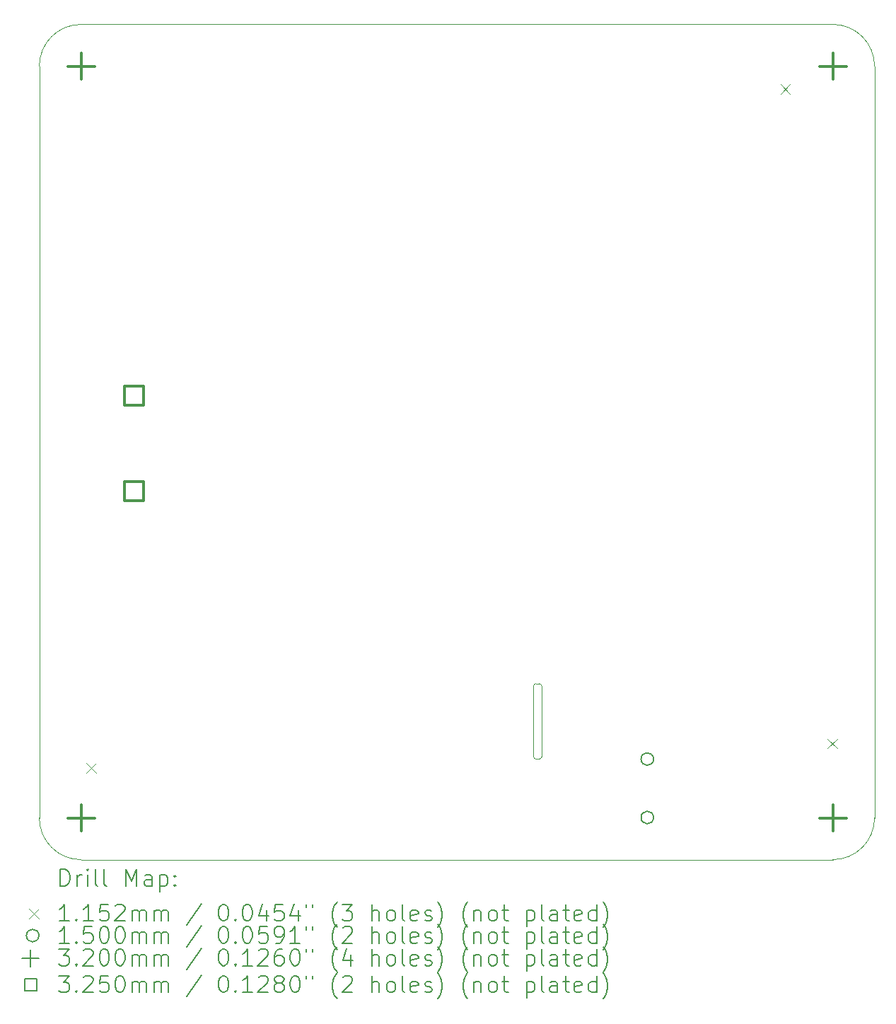
<source format=gbr>
%TF.GenerationSoftware,KiCad,Pcbnew,(6.0.8)*%
%TF.CreationDate,2024-01-04T13:58:09-05:00*%
%TF.ProjectId,lb_mp1,6c625f6d-7031-42e6-9b69-6361645f7063,rev?*%
%TF.SameCoordinates,Original*%
%TF.FileFunction,Drillmap*%
%TF.FilePolarity,Positive*%
%FSLAX45Y45*%
G04 Gerber Fmt 4.5, Leading zero omitted, Abs format (unit mm)*
G04 Created by KiCad (PCBNEW (6.0.8)) date 2024-01-04 13:58:09*
%MOMM*%
%LPD*%
G01*
G04 APERTURE LIST*
%ADD10C,0.100000*%
%ADD11C,0.200000*%
%ADD12C,0.115200*%
%ADD13C,0.150000*%
%ADD14C,0.320000*%
%ADD15C,0.325000*%
G04 APERTURE END LIST*
D10*
X9944000Y-14166000D02*
G75*
G03*
X10444000Y-14666000I500000J0D01*
G01*
X15890000Y-12560000D02*
G75*
G03*
X15860000Y-12590000I0J-30000D01*
G01*
X15890000Y-12560000D02*
X15930000Y-12560000D01*
X15860000Y-12590000D02*
X15860000Y-13430000D01*
X19444000Y-4666000D02*
X10444000Y-4666000D01*
X19944000Y-5166000D02*
G75*
G03*
X19444000Y-4666000I-500000J0D01*
G01*
X19444000Y-14666000D02*
G75*
G03*
X19944000Y-14166000I0J500000D01*
G01*
X15930000Y-13460000D02*
G75*
G03*
X15960000Y-13430000I0J30000D01*
G01*
X19944000Y-14166000D02*
X19944000Y-5166000D01*
X15960000Y-12590000D02*
G75*
G03*
X15930000Y-12560000I-30000J0D01*
G01*
X10444000Y-14666000D02*
X19444000Y-14666000D01*
X15860000Y-13430000D02*
G75*
G03*
X15890000Y-13460000I30000J0D01*
G01*
X15890000Y-13460000D02*
X15930000Y-13460000D01*
X10444000Y-4666000D02*
G75*
G03*
X9944000Y-5166000I0J-500000D01*
G01*
X9944000Y-5166000D02*
X9944000Y-14166000D01*
X15960000Y-13430000D02*
X15960000Y-12590000D01*
D11*
D12*
X10507400Y-13510100D02*
X10622600Y-13625300D01*
X10622600Y-13510100D02*
X10507400Y-13625300D01*
X18819400Y-5382100D02*
X18934600Y-5497300D01*
X18934600Y-5382100D02*
X18819400Y-5497300D01*
X19382400Y-13220100D02*
X19497600Y-13335300D01*
X19497600Y-13220100D02*
X19382400Y-13335300D01*
D13*
X17298000Y-13461500D02*
G75*
G03*
X17298000Y-13461500I-75000J0D01*
G01*
X17298000Y-14161500D02*
G75*
G03*
X17298000Y-14161500I-75000J0D01*
G01*
D14*
X10444000Y-5006000D02*
X10444000Y-5326000D01*
X10284000Y-5166000D02*
X10604000Y-5166000D01*
X10444000Y-14006000D02*
X10444000Y-14326000D01*
X10284000Y-14166000D02*
X10604000Y-14166000D01*
X19444000Y-5006000D02*
X19444000Y-5326000D01*
X19284000Y-5166000D02*
X19604000Y-5166000D01*
X19444000Y-14006000D02*
X19444000Y-14326000D01*
X19284000Y-14166000D02*
X19604000Y-14166000D01*
D15*
X11196156Y-9223406D02*
X11196156Y-8993594D01*
X10966344Y-8993594D01*
X10966344Y-9223406D01*
X11196156Y-9223406D01*
X11196156Y-10366406D02*
X11196156Y-10136594D01*
X10966344Y-10136594D01*
X10966344Y-10366406D01*
X11196156Y-10366406D01*
D11*
X10196619Y-14981476D02*
X10196619Y-14781476D01*
X10244238Y-14781476D01*
X10272810Y-14791000D01*
X10291857Y-14810048D01*
X10301381Y-14829095D01*
X10310905Y-14867190D01*
X10310905Y-14895762D01*
X10301381Y-14933857D01*
X10291857Y-14952905D01*
X10272810Y-14971952D01*
X10244238Y-14981476D01*
X10196619Y-14981476D01*
X10396619Y-14981476D02*
X10396619Y-14848143D01*
X10396619Y-14886238D02*
X10406143Y-14867190D01*
X10415667Y-14857667D01*
X10434714Y-14848143D01*
X10453762Y-14848143D01*
X10520429Y-14981476D02*
X10520429Y-14848143D01*
X10520429Y-14781476D02*
X10510905Y-14791000D01*
X10520429Y-14800524D01*
X10529952Y-14791000D01*
X10520429Y-14781476D01*
X10520429Y-14800524D01*
X10644238Y-14981476D02*
X10625190Y-14971952D01*
X10615667Y-14952905D01*
X10615667Y-14781476D01*
X10749000Y-14981476D02*
X10729952Y-14971952D01*
X10720429Y-14952905D01*
X10720429Y-14781476D01*
X10977571Y-14981476D02*
X10977571Y-14781476D01*
X11044238Y-14924333D01*
X11110905Y-14781476D01*
X11110905Y-14981476D01*
X11291857Y-14981476D02*
X11291857Y-14876714D01*
X11282333Y-14857667D01*
X11263286Y-14848143D01*
X11225190Y-14848143D01*
X11206143Y-14857667D01*
X11291857Y-14971952D02*
X11272809Y-14981476D01*
X11225190Y-14981476D01*
X11206143Y-14971952D01*
X11196619Y-14952905D01*
X11196619Y-14933857D01*
X11206143Y-14914809D01*
X11225190Y-14905286D01*
X11272809Y-14905286D01*
X11291857Y-14895762D01*
X11387095Y-14848143D02*
X11387095Y-15048143D01*
X11387095Y-14857667D02*
X11406143Y-14848143D01*
X11444238Y-14848143D01*
X11463286Y-14857667D01*
X11472809Y-14867190D01*
X11482333Y-14886238D01*
X11482333Y-14943381D01*
X11472809Y-14962428D01*
X11463286Y-14971952D01*
X11444238Y-14981476D01*
X11406143Y-14981476D01*
X11387095Y-14971952D01*
X11568048Y-14962428D02*
X11577571Y-14971952D01*
X11568048Y-14981476D01*
X11558524Y-14971952D01*
X11568048Y-14962428D01*
X11568048Y-14981476D01*
X11568048Y-14857667D02*
X11577571Y-14867190D01*
X11568048Y-14876714D01*
X11558524Y-14867190D01*
X11568048Y-14857667D01*
X11568048Y-14876714D01*
D12*
X9823800Y-15253400D02*
X9939000Y-15368600D01*
X9939000Y-15253400D02*
X9823800Y-15368600D01*
D11*
X10301381Y-15401476D02*
X10187095Y-15401476D01*
X10244238Y-15401476D02*
X10244238Y-15201476D01*
X10225190Y-15230048D01*
X10206143Y-15249095D01*
X10187095Y-15258619D01*
X10387095Y-15382428D02*
X10396619Y-15391952D01*
X10387095Y-15401476D01*
X10377571Y-15391952D01*
X10387095Y-15382428D01*
X10387095Y-15401476D01*
X10587095Y-15401476D02*
X10472810Y-15401476D01*
X10529952Y-15401476D02*
X10529952Y-15201476D01*
X10510905Y-15230048D01*
X10491857Y-15249095D01*
X10472810Y-15258619D01*
X10768048Y-15201476D02*
X10672810Y-15201476D01*
X10663286Y-15296714D01*
X10672810Y-15287190D01*
X10691857Y-15277667D01*
X10739476Y-15277667D01*
X10758524Y-15287190D01*
X10768048Y-15296714D01*
X10777571Y-15315762D01*
X10777571Y-15363381D01*
X10768048Y-15382428D01*
X10758524Y-15391952D01*
X10739476Y-15401476D01*
X10691857Y-15401476D01*
X10672810Y-15391952D01*
X10663286Y-15382428D01*
X10853762Y-15220524D02*
X10863286Y-15211000D01*
X10882333Y-15201476D01*
X10929952Y-15201476D01*
X10949000Y-15211000D01*
X10958524Y-15220524D01*
X10968048Y-15239571D01*
X10968048Y-15258619D01*
X10958524Y-15287190D01*
X10844238Y-15401476D01*
X10968048Y-15401476D01*
X11053762Y-15401476D02*
X11053762Y-15268143D01*
X11053762Y-15287190D02*
X11063286Y-15277667D01*
X11082333Y-15268143D01*
X11110905Y-15268143D01*
X11129952Y-15277667D01*
X11139476Y-15296714D01*
X11139476Y-15401476D01*
X11139476Y-15296714D02*
X11149000Y-15277667D01*
X11168048Y-15268143D01*
X11196619Y-15268143D01*
X11215667Y-15277667D01*
X11225190Y-15296714D01*
X11225190Y-15401476D01*
X11320428Y-15401476D02*
X11320428Y-15268143D01*
X11320428Y-15287190D02*
X11329952Y-15277667D01*
X11349000Y-15268143D01*
X11377571Y-15268143D01*
X11396619Y-15277667D01*
X11406143Y-15296714D01*
X11406143Y-15401476D01*
X11406143Y-15296714D02*
X11415667Y-15277667D01*
X11434714Y-15268143D01*
X11463286Y-15268143D01*
X11482333Y-15277667D01*
X11491857Y-15296714D01*
X11491857Y-15401476D01*
X11882333Y-15191952D02*
X11710905Y-15449095D01*
X12139476Y-15201476D02*
X12158524Y-15201476D01*
X12177571Y-15211000D01*
X12187095Y-15220524D01*
X12196619Y-15239571D01*
X12206143Y-15277667D01*
X12206143Y-15325286D01*
X12196619Y-15363381D01*
X12187095Y-15382428D01*
X12177571Y-15391952D01*
X12158524Y-15401476D01*
X12139476Y-15401476D01*
X12120428Y-15391952D01*
X12110905Y-15382428D01*
X12101381Y-15363381D01*
X12091857Y-15325286D01*
X12091857Y-15277667D01*
X12101381Y-15239571D01*
X12110905Y-15220524D01*
X12120428Y-15211000D01*
X12139476Y-15201476D01*
X12291857Y-15382428D02*
X12301381Y-15391952D01*
X12291857Y-15401476D01*
X12282333Y-15391952D01*
X12291857Y-15382428D01*
X12291857Y-15401476D01*
X12425190Y-15201476D02*
X12444238Y-15201476D01*
X12463286Y-15211000D01*
X12472809Y-15220524D01*
X12482333Y-15239571D01*
X12491857Y-15277667D01*
X12491857Y-15325286D01*
X12482333Y-15363381D01*
X12472809Y-15382428D01*
X12463286Y-15391952D01*
X12444238Y-15401476D01*
X12425190Y-15401476D01*
X12406143Y-15391952D01*
X12396619Y-15382428D01*
X12387095Y-15363381D01*
X12377571Y-15325286D01*
X12377571Y-15277667D01*
X12387095Y-15239571D01*
X12396619Y-15220524D01*
X12406143Y-15211000D01*
X12425190Y-15201476D01*
X12663286Y-15268143D02*
X12663286Y-15401476D01*
X12615667Y-15191952D02*
X12568048Y-15334809D01*
X12691857Y-15334809D01*
X12863286Y-15201476D02*
X12768048Y-15201476D01*
X12758524Y-15296714D01*
X12768048Y-15287190D01*
X12787095Y-15277667D01*
X12834714Y-15277667D01*
X12853762Y-15287190D01*
X12863286Y-15296714D01*
X12872809Y-15315762D01*
X12872809Y-15363381D01*
X12863286Y-15382428D01*
X12853762Y-15391952D01*
X12834714Y-15401476D01*
X12787095Y-15401476D01*
X12768048Y-15391952D01*
X12758524Y-15382428D01*
X13044238Y-15268143D02*
X13044238Y-15401476D01*
X12996619Y-15191952D02*
X12949000Y-15334809D01*
X13072809Y-15334809D01*
X13139476Y-15201476D02*
X13139476Y-15239571D01*
X13215667Y-15201476D02*
X13215667Y-15239571D01*
X13510905Y-15477667D02*
X13501381Y-15468143D01*
X13482333Y-15439571D01*
X13472809Y-15420524D01*
X13463286Y-15391952D01*
X13453762Y-15344333D01*
X13453762Y-15306238D01*
X13463286Y-15258619D01*
X13472809Y-15230048D01*
X13482333Y-15211000D01*
X13501381Y-15182428D01*
X13510905Y-15172905D01*
X13568048Y-15201476D02*
X13691857Y-15201476D01*
X13625190Y-15277667D01*
X13653762Y-15277667D01*
X13672809Y-15287190D01*
X13682333Y-15296714D01*
X13691857Y-15315762D01*
X13691857Y-15363381D01*
X13682333Y-15382428D01*
X13672809Y-15391952D01*
X13653762Y-15401476D01*
X13596619Y-15401476D01*
X13577571Y-15391952D01*
X13568048Y-15382428D01*
X13929952Y-15401476D02*
X13929952Y-15201476D01*
X14015667Y-15401476D02*
X14015667Y-15296714D01*
X14006143Y-15277667D01*
X13987095Y-15268143D01*
X13958524Y-15268143D01*
X13939476Y-15277667D01*
X13929952Y-15287190D01*
X14139476Y-15401476D02*
X14120428Y-15391952D01*
X14110905Y-15382428D01*
X14101381Y-15363381D01*
X14101381Y-15306238D01*
X14110905Y-15287190D01*
X14120428Y-15277667D01*
X14139476Y-15268143D01*
X14168048Y-15268143D01*
X14187095Y-15277667D01*
X14196619Y-15287190D01*
X14206143Y-15306238D01*
X14206143Y-15363381D01*
X14196619Y-15382428D01*
X14187095Y-15391952D01*
X14168048Y-15401476D01*
X14139476Y-15401476D01*
X14320428Y-15401476D02*
X14301381Y-15391952D01*
X14291857Y-15372905D01*
X14291857Y-15201476D01*
X14472809Y-15391952D02*
X14453762Y-15401476D01*
X14415667Y-15401476D01*
X14396619Y-15391952D01*
X14387095Y-15372905D01*
X14387095Y-15296714D01*
X14396619Y-15277667D01*
X14415667Y-15268143D01*
X14453762Y-15268143D01*
X14472809Y-15277667D01*
X14482333Y-15296714D01*
X14482333Y-15315762D01*
X14387095Y-15334809D01*
X14558524Y-15391952D02*
X14577571Y-15401476D01*
X14615667Y-15401476D01*
X14634714Y-15391952D01*
X14644238Y-15372905D01*
X14644238Y-15363381D01*
X14634714Y-15344333D01*
X14615667Y-15334809D01*
X14587095Y-15334809D01*
X14568048Y-15325286D01*
X14558524Y-15306238D01*
X14558524Y-15296714D01*
X14568048Y-15277667D01*
X14587095Y-15268143D01*
X14615667Y-15268143D01*
X14634714Y-15277667D01*
X14710905Y-15477667D02*
X14720428Y-15468143D01*
X14739476Y-15439571D01*
X14749000Y-15420524D01*
X14758524Y-15391952D01*
X14768048Y-15344333D01*
X14768048Y-15306238D01*
X14758524Y-15258619D01*
X14749000Y-15230048D01*
X14739476Y-15211000D01*
X14720428Y-15182428D01*
X14710905Y-15172905D01*
X15072809Y-15477667D02*
X15063286Y-15468143D01*
X15044238Y-15439571D01*
X15034714Y-15420524D01*
X15025190Y-15391952D01*
X15015667Y-15344333D01*
X15015667Y-15306238D01*
X15025190Y-15258619D01*
X15034714Y-15230048D01*
X15044238Y-15211000D01*
X15063286Y-15182428D01*
X15072809Y-15172905D01*
X15149000Y-15268143D02*
X15149000Y-15401476D01*
X15149000Y-15287190D02*
X15158524Y-15277667D01*
X15177571Y-15268143D01*
X15206143Y-15268143D01*
X15225190Y-15277667D01*
X15234714Y-15296714D01*
X15234714Y-15401476D01*
X15358524Y-15401476D02*
X15339476Y-15391952D01*
X15329952Y-15382428D01*
X15320428Y-15363381D01*
X15320428Y-15306238D01*
X15329952Y-15287190D01*
X15339476Y-15277667D01*
X15358524Y-15268143D01*
X15387095Y-15268143D01*
X15406143Y-15277667D01*
X15415667Y-15287190D01*
X15425190Y-15306238D01*
X15425190Y-15363381D01*
X15415667Y-15382428D01*
X15406143Y-15391952D01*
X15387095Y-15401476D01*
X15358524Y-15401476D01*
X15482333Y-15268143D02*
X15558524Y-15268143D01*
X15510905Y-15201476D02*
X15510905Y-15372905D01*
X15520428Y-15391952D01*
X15539476Y-15401476D01*
X15558524Y-15401476D01*
X15777571Y-15268143D02*
X15777571Y-15468143D01*
X15777571Y-15277667D02*
X15796619Y-15268143D01*
X15834714Y-15268143D01*
X15853762Y-15277667D01*
X15863286Y-15287190D01*
X15872809Y-15306238D01*
X15872809Y-15363381D01*
X15863286Y-15382428D01*
X15853762Y-15391952D01*
X15834714Y-15401476D01*
X15796619Y-15401476D01*
X15777571Y-15391952D01*
X15987095Y-15401476D02*
X15968048Y-15391952D01*
X15958524Y-15372905D01*
X15958524Y-15201476D01*
X16149000Y-15401476D02*
X16149000Y-15296714D01*
X16139476Y-15277667D01*
X16120428Y-15268143D01*
X16082333Y-15268143D01*
X16063286Y-15277667D01*
X16149000Y-15391952D02*
X16129952Y-15401476D01*
X16082333Y-15401476D01*
X16063286Y-15391952D01*
X16053762Y-15372905D01*
X16053762Y-15353857D01*
X16063286Y-15334809D01*
X16082333Y-15325286D01*
X16129952Y-15325286D01*
X16149000Y-15315762D01*
X16215667Y-15268143D02*
X16291857Y-15268143D01*
X16244238Y-15201476D02*
X16244238Y-15372905D01*
X16253762Y-15391952D01*
X16272809Y-15401476D01*
X16291857Y-15401476D01*
X16434714Y-15391952D02*
X16415667Y-15401476D01*
X16377571Y-15401476D01*
X16358524Y-15391952D01*
X16349000Y-15372905D01*
X16349000Y-15296714D01*
X16358524Y-15277667D01*
X16377571Y-15268143D01*
X16415667Y-15268143D01*
X16434714Y-15277667D01*
X16444238Y-15296714D01*
X16444238Y-15315762D01*
X16349000Y-15334809D01*
X16615667Y-15401476D02*
X16615667Y-15201476D01*
X16615667Y-15391952D02*
X16596619Y-15401476D01*
X16558524Y-15401476D01*
X16539476Y-15391952D01*
X16529952Y-15382428D01*
X16520428Y-15363381D01*
X16520428Y-15306238D01*
X16529952Y-15287190D01*
X16539476Y-15277667D01*
X16558524Y-15268143D01*
X16596619Y-15268143D01*
X16615667Y-15277667D01*
X16691857Y-15477667D02*
X16701381Y-15468143D01*
X16720428Y-15439571D01*
X16729952Y-15420524D01*
X16739476Y-15391952D01*
X16749000Y-15344333D01*
X16749000Y-15306238D01*
X16739476Y-15258619D01*
X16729952Y-15230048D01*
X16720428Y-15211000D01*
X16701381Y-15182428D01*
X16691857Y-15172905D01*
D13*
X9939000Y-15575000D02*
G75*
G03*
X9939000Y-15575000I-75000J0D01*
G01*
D11*
X10301381Y-15665476D02*
X10187095Y-15665476D01*
X10244238Y-15665476D02*
X10244238Y-15465476D01*
X10225190Y-15494048D01*
X10206143Y-15513095D01*
X10187095Y-15522619D01*
X10387095Y-15646428D02*
X10396619Y-15655952D01*
X10387095Y-15665476D01*
X10377571Y-15655952D01*
X10387095Y-15646428D01*
X10387095Y-15665476D01*
X10577571Y-15465476D02*
X10482333Y-15465476D01*
X10472810Y-15560714D01*
X10482333Y-15551190D01*
X10501381Y-15541667D01*
X10549000Y-15541667D01*
X10568048Y-15551190D01*
X10577571Y-15560714D01*
X10587095Y-15579762D01*
X10587095Y-15627381D01*
X10577571Y-15646428D01*
X10568048Y-15655952D01*
X10549000Y-15665476D01*
X10501381Y-15665476D01*
X10482333Y-15655952D01*
X10472810Y-15646428D01*
X10710905Y-15465476D02*
X10729952Y-15465476D01*
X10749000Y-15475000D01*
X10758524Y-15484524D01*
X10768048Y-15503571D01*
X10777571Y-15541667D01*
X10777571Y-15589286D01*
X10768048Y-15627381D01*
X10758524Y-15646428D01*
X10749000Y-15655952D01*
X10729952Y-15665476D01*
X10710905Y-15665476D01*
X10691857Y-15655952D01*
X10682333Y-15646428D01*
X10672810Y-15627381D01*
X10663286Y-15589286D01*
X10663286Y-15541667D01*
X10672810Y-15503571D01*
X10682333Y-15484524D01*
X10691857Y-15475000D01*
X10710905Y-15465476D01*
X10901381Y-15465476D02*
X10920429Y-15465476D01*
X10939476Y-15475000D01*
X10949000Y-15484524D01*
X10958524Y-15503571D01*
X10968048Y-15541667D01*
X10968048Y-15589286D01*
X10958524Y-15627381D01*
X10949000Y-15646428D01*
X10939476Y-15655952D01*
X10920429Y-15665476D01*
X10901381Y-15665476D01*
X10882333Y-15655952D01*
X10872810Y-15646428D01*
X10863286Y-15627381D01*
X10853762Y-15589286D01*
X10853762Y-15541667D01*
X10863286Y-15503571D01*
X10872810Y-15484524D01*
X10882333Y-15475000D01*
X10901381Y-15465476D01*
X11053762Y-15665476D02*
X11053762Y-15532143D01*
X11053762Y-15551190D02*
X11063286Y-15541667D01*
X11082333Y-15532143D01*
X11110905Y-15532143D01*
X11129952Y-15541667D01*
X11139476Y-15560714D01*
X11139476Y-15665476D01*
X11139476Y-15560714D02*
X11149000Y-15541667D01*
X11168048Y-15532143D01*
X11196619Y-15532143D01*
X11215667Y-15541667D01*
X11225190Y-15560714D01*
X11225190Y-15665476D01*
X11320428Y-15665476D02*
X11320428Y-15532143D01*
X11320428Y-15551190D02*
X11329952Y-15541667D01*
X11349000Y-15532143D01*
X11377571Y-15532143D01*
X11396619Y-15541667D01*
X11406143Y-15560714D01*
X11406143Y-15665476D01*
X11406143Y-15560714D02*
X11415667Y-15541667D01*
X11434714Y-15532143D01*
X11463286Y-15532143D01*
X11482333Y-15541667D01*
X11491857Y-15560714D01*
X11491857Y-15665476D01*
X11882333Y-15455952D02*
X11710905Y-15713095D01*
X12139476Y-15465476D02*
X12158524Y-15465476D01*
X12177571Y-15475000D01*
X12187095Y-15484524D01*
X12196619Y-15503571D01*
X12206143Y-15541667D01*
X12206143Y-15589286D01*
X12196619Y-15627381D01*
X12187095Y-15646428D01*
X12177571Y-15655952D01*
X12158524Y-15665476D01*
X12139476Y-15665476D01*
X12120428Y-15655952D01*
X12110905Y-15646428D01*
X12101381Y-15627381D01*
X12091857Y-15589286D01*
X12091857Y-15541667D01*
X12101381Y-15503571D01*
X12110905Y-15484524D01*
X12120428Y-15475000D01*
X12139476Y-15465476D01*
X12291857Y-15646428D02*
X12301381Y-15655952D01*
X12291857Y-15665476D01*
X12282333Y-15655952D01*
X12291857Y-15646428D01*
X12291857Y-15665476D01*
X12425190Y-15465476D02*
X12444238Y-15465476D01*
X12463286Y-15475000D01*
X12472809Y-15484524D01*
X12482333Y-15503571D01*
X12491857Y-15541667D01*
X12491857Y-15589286D01*
X12482333Y-15627381D01*
X12472809Y-15646428D01*
X12463286Y-15655952D01*
X12444238Y-15665476D01*
X12425190Y-15665476D01*
X12406143Y-15655952D01*
X12396619Y-15646428D01*
X12387095Y-15627381D01*
X12377571Y-15589286D01*
X12377571Y-15541667D01*
X12387095Y-15503571D01*
X12396619Y-15484524D01*
X12406143Y-15475000D01*
X12425190Y-15465476D01*
X12672809Y-15465476D02*
X12577571Y-15465476D01*
X12568048Y-15560714D01*
X12577571Y-15551190D01*
X12596619Y-15541667D01*
X12644238Y-15541667D01*
X12663286Y-15551190D01*
X12672809Y-15560714D01*
X12682333Y-15579762D01*
X12682333Y-15627381D01*
X12672809Y-15646428D01*
X12663286Y-15655952D01*
X12644238Y-15665476D01*
X12596619Y-15665476D01*
X12577571Y-15655952D01*
X12568048Y-15646428D01*
X12777571Y-15665476D02*
X12815667Y-15665476D01*
X12834714Y-15655952D01*
X12844238Y-15646428D01*
X12863286Y-15617857D01*
X12872809Y-15579762D01*
X12872809Y-15503571D01*
X12863286Y-15484524D01*
X12853762Y-15475000D01*
X12834714Y-15465476D01*
X12796619Y-15465476D01*
X12777571Y-15475000D01*
X12768048Y-15484524D01*
X12758524Y-15503571D01*
X12758524Y-15551190D01*
X12768048Y-15570238D01*
X12777571Y-15579762D01*
X12796619Y-15589286D01*
X12834714Y-15589286D01*
X12853762Y-15579762D01*
X12863286Y-15570238D01*
X12872809Y-15551190D01*
X13063286Y-15665476D02*
X12949000Y-15665476D01*
X13006143Y-15665476D02*
X13006143Y-15465476D01*
X12987095Y-15494048D01*
X12968048Y-15513095D01*
X12949000Y-15522619D01*
X13139476Y-15465476D02*
X13139476Y-15503571D01*
X13215667Y-15465476D02*
X13215667Y-15503571D01*
X13510905Y-15741667D02*
X13501381Y-15732143D01*
X13482333Y-15703571D01*
X13472809Y-15684524D01*
X13463286Y-15655952D01*
X13453762Y-15608333D01*
X13453762Y-15570238D01*
X13463286Y-15522619D01*
X13472809Y-15494048D01*
X13482333Y-15475000D01*
X13501381Y-15446428D01*
X13510905Y-15436905D01*
X13577571Y-15484524D02*
X13587095Y-15475000D01*
X13606143Y-15465476D01*
X13653762Y-15465476D01*
X13672809Y-15475000D01*
X13682333Y-15484524D01*
X13691857Y-15503571D01*
X13691857Y-15522619D01*
X13682333Y-15551190D01*
X13568048Y-15665476D01*
X13691857Y-15665476D01*
X13929952Y-15665476D02*
X13929952Y-15465476D01*
X14015667Y-15665476D02*
X14015667Y-15560714D01*
X14006143Y-15541667D01*
X13987095Y-15532143D01*
X13958524Y-15532143D01*
X13939476Y-15541667D01*
X13929952Y-15551190D01*
X14139476Y-15665476D02*
X14120428Y-15655952D01*
X14110905Y-15646428D01*
X14101381Y-15627381D01*
X14101381Y-15570238D01*
X14110905Y-15551190D01*
X14120428Y-15541667D01*
X14139476Y-15532143D01*
X14168048Y-15532143D01*
X14187095Y-15541667D01*
X14196619Y-15551190D01*
X14206143Y-15570238D01*
X14206143Y-15627381D01*
X14196619Y-15646428D01*
X14187095Y-15655952D01*
X14168048Y-15665476D01*
X14139476Y-15665476D01*
X14320428Y-15665476D02*
X14301381Y-15655952D01*
X14291857Y-15636905D01*
X14291857Y-15465476D01*
X14472809Y-15655952D02*
X14453762Y-15665476D01*
X14415667Y-15665476D01*
X14396619Y-15655952D01*
X14387095Y-15636905D01*
X14387095Y-15560714D01*
X14396619Y-15541667D01*
X14415667Y-15532143D01*
X14453762Y-15532143D01*
X14472809Y-15541667D01*
X14482333Y-15560714D01*
X14482333Y-15579762D01*
X14387095Y-15598809D01*
X14558524Y-15655952D02*
X14577571Y-15665476D01*
X14615667Y-15665476D01*
X14634714Y-15655952D01*
X14644238Y-15636905D01*
X14644238Y-15627381D01*
X14634714Y-15608333D01*
X14615667Y-15598809D01*
X14587095Y-15598809D01*
X14568048Y-15589286D01*
X14558524Y-15570238D01*
X14558524Y-15560714D01*
X14568048Y-15541667D01*
X14587095Y-15532143D01*
X14615667Y-15532143D01*
X14634714Y-15541667D01*
X14710905Y-15741667D02*
X14720428Y-15732143D01*
X14739476Y-15703571D01*
X14749000Y-15684524D01*
X14758524Y-15655952D01*
X14768048Y-15608333D01*
X14768048Y-15570238D01*
X14758524Y-15522619D01*
X14749000Y-15494048D01*
X14739476Y-15475000D01*
X14720428Y-15446428D01*
X14710905Y-15436905D01*
X15072809Y-15741667D02*
X15063286Y-15732143D01*
X15044238Y-15703571D01*
X15034714Y-15684524D01*
X15025190Y-15655952D01*
X15015667Y-15608333D01*
X15015667Y-15570238D01*
X15025190Y-15522619D01*
X15034714Y-15494048D01*
X15044238Y-15475000D01*
X15063286Y-15446428D01*
X15072809Y-15436905D01*
X15149000Y-15532143D02*
X15149000Y-15665476D01*
X15149000Y-15551190D02*
X15158524Y-15541667D01*
X15177571Y-15532143D01*
X15206143Y-15532143D01*
X15225190Y-15541667D01*
X15234714Y-15560714D01*
X15234714Y-15665476D01*
X15358524Y-15665476D02*
X15339476Y-15655952D01*
X15329952Y-15646428D01*
X15320428Y-15627381D01*
X15320428Y-15570238D01*
X15329952Y-15551190D01*
X15339476Y-15541667D01*
X15358524Y-15532143D01*
X15387095Y-15532143D01*
X15406143Y-15541667D01*
X15415667Y-15551190D01*
X15425190Y-15570238D01*
X15425190Y-15627381D01*
X15415667Y-15646428D01*
X15406143Y-15655952D01*
X15387095Y-15665476D01*
X15358524Y-15665476D01*
X15482333Y-15532143D02*
X15558524Y-15532143D01*
X15510905Y-15465476D02*
X15510905Y-15636905D01*
X15520428Y-15655952D01*
X15539476Y-15665476D01*
X15558524Y-15665476D01*
X15777571Y-15532143D02*
X15777571Y-15732143D01*
X15777571Y-15541667D02*
X15796619Y-15532143D01*
X15834714Y-15532143D01*
X15853762Y-15541667D01*
X15863286Y-15551190D01*
X15872809Y-15570238D01*
X15872809Y-15627381D01*
X15863286Y-15646428D01*
X15853762Y-15655952D01*
X15834714Y-15665476D01*
X15796619Y-15665476D01*
X15777571Y-15655952D01*
X15987095Y-15665476D02*
X15968048Y-15655952D01*
X15958524Y-15636905D01*
X15958524Y-15465476D01*
X16149000Y-15665476D02*
X16149000Y-15560714D01*
X16139476Y-15541667D01*
X16120428Y-15532143D01*
X16082333Y-15532143D01*
X16063286Y-15541667D01*
X16149000Y-15655952D02*
X16129952Y-15665476D01*
X16082333Y-15665476D01*
X16063286Y-15655952D01*
X16053762Y-15636905D01*
X16053762Y-15617857D01*
X16063286Y-15598809D01*
X16082333Y-15589286D01*
X16129952Y-15589286D01*
X16149000Y-15579762D01*
X16215667Y-15532143D02*
X16291857Y-15532143D01*
X16244238Y-15465476D02*
X16244238Y-15636905D01*
X16253762Y-15655952D01*
X16272809Y-15665476D01*
X16291857Y-15665476D01*
X16434714Y-15655952D02*
X16415667Y-15665476D01*
X16377571Y-15665476D01*
X16358524Y-15655952D01*
X16349000Y-15636905D01*
X16349000Y-15560714D01*
X16358524Y-15541667D01*
X16377571Y-15532143D01*
X16415667Y-15532143D01*
X16434714Y-15541667D01*
X16444238Y-15560714D01*
X16444238Y-15579762D01*
X16349000Y-15598809D01*
X16615667Y-15665476D02*
X16615667Y-15465476D01*
X16615667Y-15655952D02*
X16596619Y-15665476D01*
X16558524Y-15665476D01*
X16539476Y-15655952D01*
X16529952Y-15646428D01*
X16520428Y-15627381D01*
X16520428Y-15570238D01*
X16529952Y-15551190D01*
X16539476Y-15541667D01*
X16558524Y-15532143D01*
X16596619Y-15532143D01*
X16615667Y-15541667D01*
X16691857Y-15741667D02*
X16701381Y-15732143D01*
X16720428Y-15703571D01*
X16729952Y-15684524D01*
X16739476Y-15655952D01*
X16749000Y-15608333D01*
X16749000Y-15570238D01*
X16739476Y-15522619D01*
X16729952Y-15494048D01*
X16720428Y-15475000D01*
X16701381Y-15446428D01*
X16691857Y-15436905D01*
X9839000Y-15745000D02*
X9839000Y-15945000D01*
X9739000Y-15845000D02*
X9939000Y-15845000D01*
X10177571Y-15735476D02*
X10301381Y-15735476D01*
X10234714Y-15811667D01*
X10263286Y-15811667D01*
X10282333Y-15821190D01*
X10291857Y-15830714D01*
X10301381Y-15849762D01*
X10301381Y-15897381D01*
X10291857Y-15916428D01*
X10282333Y-15925952D01*
X10263286Y-15935476D01*
X10206143Y-15935476D01*
X10187095Y-15925952D01*
X10177571Y-15916428D01*
X10387095Y-15916428D02*
X10396619Y-15925952D01*
X10387095Y-15935476D01*
X10377571Y-15925952D01*
X10387095Y-15916428D01*
X10387095Y-15935476D01*
X10472810Y-15754524D02*
X10482333Y-15745000D01*
X10501381Y-15735476D01*
X10549000Y-15735476D01*
X10568048Y-15745000D01*
X10577571Y-15754524D01*
X10587095Y-15773571D01*
X10587095Y-15792619D01*
X10577571Y-15821190D01*
X10463286Y-15935476D01*
X10587095Y-15935476D01*
X10710905Y-15735476D02*
X10729952Y-15735476D01*
X10749000Y-15745000D01*
X10758524Y-15754524D01*
X10768048Y-15773571D01*
X10777571Y-15811667D01*
X10777571Y-15859286D01*
X10768048Y-15897381D01*
X10758524Y-15916428D01*
X10749000Y-15925952D01*
X10729952Y-15935476D01*
X10710905Y-15935476D01*
X10691857Y-15925952D01*
X10682333Y-15916428D01*
X10672810Y-15897381D01*
X10663286Y-15859286D01*
X10663286Y-15811667D01*
X10672810Y-15773571D01*
X10682333Y-15754524D01*
X10691857Y-15745000D01*
X10710905Y-15735476D01*
X10901381Y-15735476D02*
X10920429Y-15735476D01*
X10939476Y-15745000D01*
X10949000Y-15754524D01*
X10958524Y-15773571D01*
X10968048Y-15811667D01*
X10968048Y-15859286D01*
X10958524Y-15897381D01*
X10949000Y-15916428D01*
X10939476Y-15925952D01*
X10920429Y-15935476D01*
X10901381Y-15935476D01*
X10882333Y-15925952D01*
X10872810Y-15916428D01*
X10863286Y-15897381D01*
X10853762Y-15859286D01*
X10853762Y-15811667D01*
X10863286Y-15773571D01*
X10872810Y-15754524D01*
X10882333Y-15745000D01*
X10901381Y-15735476D01*
X11053762Y-15935476D02*
X11053762Y-15802143D01*
X11053762Y-15821190D02*
X11063286Y-15811667D01*
X11082333Y-15802143D01*
X11110905Y-15802143D01*
X11129952Y-15811667D01*
X11139476Y-15830714D01*
X11139476Y-15935476D01*
X11139476Y-15830714D02*
X11149000Y-15811667D01*
X11168048Y-15802143D01*
X11196619Y-15802143D01*
X11215667Y-15811667D01*
X11225190Y-15830714D01*
X11225190Y-15935476D01*
X11320428Y-15935476D02*
X11320428Y-15802143D01*
X11320428Y-15821190D02*
X11329952Y-15811667D01*
X11349000Y-15802143D01*
X11377571Y-15802143D01*
X11396619Y-15811667D01*
X11406143Y-15830714D01*
X11406143Y-15935476D01*
X11406143Y-15830714D02*
X11415667Y-15811667D01*
X11434714Y-15802143D01*
X11463286Y-15802143D01*
X11482333Y-15811667D01*
X11491857Y-15830714D01*
X11491857Y-15935476D01*
X11882333Y-15725952D02*
X11710905Y-15983095D01*
X12139476Y-15735476D02*
X12158524Y-15735476D01*
X12177571Y-15745000D01*
X12187095Y-15754524D01*
X12196619Y-15773571D01*
X12206143Y-15811667D01*
X12206143Y-15859286D01*
X12196619Y-15897381D01*
X12187095Y-15916428D01*
X12177571Y-15925952D01*
X12158524Y-15935476D01*
X12139476Y-15935476D01*
X12120428Y-15925952D01*
X12110905Y-15916428D01*
X12101381Y-15897381D01*
X12091857Y-15859286D01*
X12091857Y-15811667D01*
X12101381Y-15773571D01*
X12110905Y-15754524D01*
X12120428Y-15745000D01*
X12139476Y-15735476D01*
X12291857Y-15916428D02*
X12301381Y-15925952D01*
X12291857Y-15935476D01*
X12282333Y-15925952D01*
X12291857Y-15916428D01*
X12291857Y-15935476D01*
X12491857Y-15935476D02*
X12377571Y-15935476D01*
X12434714Y-15935476D02*
X12434714Y-15735476D01*
X12415667Y-15764048D01*
X12396619Y-15783095D01*
X12377571Y-15792619D01*
X12568048Y-15754524D02*
X12577571Y-15745000D01*
X12596619Y-15735476D01*
X12644238Y-15735476D01*
X12663286Y-15745000D01*
X12672809Y-15754524D01*
X12682333Y-15773571D01*
X12682333Y-15792619D01*
X12672809Y-15821190D01*
X12558524Y-15935476D01*
X12682333Y-15935476D01*
X12853762Y-15735476D02*
X12815667Y-15735476D01*
X12796619Y-15745000D01*
X12787095Y-15754524D01*
X12768048Y-15783095D01*
X12758524Y-15821190D01*
X12758524Y-15897381D01*
X12768048Y-15916428D01*
X12777571Y-15925952D01*
X12796619Y-15935476D01*
X12834714Y-15935476D01*
X12853762Y-15925952D01*
X12863286Y-15916428D01*
X12872809Y-15897381D01*
X12872809Y-15849762D01*
X12863286Y-15830714D01*
X12853762Y-15821190D01*
X12834714Y-15811667D01*
X12796619Y-15811667D01*
X12777571Y-15821190D01*
X12768048Y-15830714D01*
X12758524Y-15849762D01*
X12996619Y-15735476D02*
X13015667Y-15735476D01*
X13034714Y-15745000D01*
X13044238Y-15754524D01*
X13053762Y-15773571D01*
X13063286Y-15811667D01*
X13063286Y-15859286D01*
X13053762Y-15897381D01*
X13044238Y-15916428D01*
X13034714Y-15925952D01*
X13015667Y-15935476D01*
X12996619Y-15935476D01*
X12977571Y-15925952D01*
X12968048Y-15916428D01*
X12958524Y-15897381D01*
X12949000Y-15859286D01*
X12949000Y-15811667D01*
X12958524Y-15773571D01*
X12968048Y-15754524D01*
X12977571Y-15745000D01*
X12996619Y-15735476D01*
X13139476Y-15735476D02*
X13139476Y-15773571D01*
X13215667Y-15735476D02*
X13215667Y-15773571D01*
X13510905Y-16011667D02*
X13501381Y-16002143D01*
X13482333Y-15973571D01*
X13472809Y-15954524D01*
X13463286Y-15925952D01*
X13453762Y-15878333D01*
X13453762Y-15840238D01*
X13463286Y-15792619D01*
X13472809Y-15764048D01*
X13482333Y-15745000D01*
X13501381Y-15716428D01*
X13510905Y-15706905D01*
X13672809Y-15802143D02*
X13672809Y-15935476D01*
X13625190Y-15725952D02*
X13577571Y-15868809D01*
X13701381Y-15868809D01*
X13929952Y-15935476D02*
X13929952Y-15735476D01*
X14015667Y-15935476D02*
X14015667Y-15830714D01*
X14006143Y-15811667D01*
X13987095Y-15802143D01*
X13958524Y-15802143D01*
X13939476Y-15811667D01*
X13929952Y-15821190D01*
X14139476Y-15935476D02*
X14120428Y-15925952D01*
X14110905Y-15916428D01*
X14101381Y-15897381D01*
X14101381Y-15840238D01*
X14110905Y-15821190D01*
X14120428Y-15811667D01*
X14139476Y-15802143D01*
X14168048Y-15802143D01*
X14187095Y-15811667D01*
X14196619Y-15821190D01*
X14206143Y-15840238D01*
X14206143Y-15897381D01*
X14196619Y-15916428D01*
X14187095Y-15925952D01*
X14168048Y-15935476D01*
X14139476Y-15935476D01*
X14320428Y-15935476D02*
X14301381Y-15925952D01*
X14291857Y-15906905D01*
X14291857Y-15735476D01*
X14472809Y-15925952D02*
X14453762Y-15935476D01*
X14415667Y-15935476D01*
X14396619Y-15925952D01*
X14387095Y-15906905D01*
X14387095Y-15830714D01*
X14396619Y-15811667D01*
X14415667Y-15802143D01*
X14453762Y-15802143D01*
X14472809Y-15811667D01*
X14482333Y-15830714D01*
X14482333Y-15849762D01*
X14387095Y-15868809D01*
X14558524Y-15925952D02*
X14577571Y-15935476D01*
X14615667Y-15935476D01*
X14634714Y-15925952D01*
X14644238Y-15906905D01*
X14644238Y-15897381D01*
X14634714Y-15878333D01*
X14615667Y-15868809D01*
X14587095Y-15868809D01*
X14568048Y-15859286D01*
X14558524Y-15840238D01*
X14558524Y-15830714D01*
X14568048Y-15811667D01*
X14587095Y-15802143D01*
X14615667Y-15802143D01*
X14634714Y-15811667D01*
X14710905Y-16011667D02*
X14720428Y-16002143D01*
X14739476Y-15973571D01*
X14749000Y-15954524D01*
X14758524Y-15925952D01*
X14768048Y-15878333D01*
X14768048Y-15840238D01*
X14758524Y-15792619D01*
X14749000Y-15764048D01*
X14739476Y-15745000D01*
X14720428Y-15716428D01*
X14710905Y-15706905D01*
X15072809Y-16011667D02*
X15063286Y-16002143D01*
X15044238Y-15973571D01*
X15034714Y-15954524D01*
X15025190Y-15925952D01*
X15015667Y-15878333D01*
X15015667Y-15840238D01*
X15025190Y-15792619D01*
X15034714Y-15764048D01*
X15044238Y-15745000D01*
X15063286Y-15716428D01*
X15072809Y-15706905D01*
X15149000Y-15802143D02*
X15149000Y-15935476D01*
X15149000Y-15821190D02*
X15158524Y-15811667D01*
X15177571Y-15802143D01*
X15206143Y-15802143D01*
X15225190Y-15811667D01*
X15234714Y-15830714D01*
X15234714Y-15935476D01*
X15358524Y-15935476D02*
X15339476Y-15925952D01*
X15329952Y-15916428D01*
X15320428Y-15897381D01*
X15320428Y-15840238D01*
X15329952Y-15821190D01*
X15339476Y-15811667D01*
X15358524Y-15802143D01*
X15387095Y-15802143D01*
X15406143Y-15811667D01*
X15415667Y-15821190D01*
X15425190Y-15840238D01*
X15425190Y-15897381D01*
X15415667Y-15916428D01*
X15406143Y-15925952D01*
X15387095Y-15935476D01*
X15358524Y-15935476D01*
X15482333Y-15802143D02*
X15558524Y-15802143D01*
X15510905Y-15735476D02*
X15510905Y-15906905D01*
X15520428Y-15925952D01*
X15539476Y-15935476D01*
X15558524Y-15935476D01*
X15777571Y-15802143D02*
X15777571Y-16002143D01*
X15777571Y-15811667D02*
X15796619Y-15802143D01*
X15834714Y-15802143D01*
X15853762Y-15811667D01*
X15863286Y-15821190D01*
X15872809Y-15840238D01*
X15872809Y-15897381D01*
X15863286Y-15916428D01*
X15853762Y-15925952D01*
X15834714Y-15935476D01*
X15796619Y-15935476D01*
X15777571Y-15925952D01*
X15987095Y-15935476D02*
X15968048Y-15925952D01*
X15958524Y-15906905D01*
X15958524Y-15735476D01*
X16149000Y-15935476D02*
X16149000Y-15830714D01*
X16139476Y-15811667D01*
X16120428Y-15802143D01*
X16082333Y-15802143D01*
X16063286Y-15811667D01*
X16149000Y-15925952D02*
X16129952Y-15935476D01*
X16082333Y-15935476D01*
X16063286Y-15925952D01*
X16053762Y-15906905D01*
X16053762Y-15887857D01*
X16063286Y-15868809D01*
X16082333Y-15859286D01*
X16129952Y-15859286D01*
X16149000Y-15849762D01*
X16215667Y-15802143D02*
X16291857Y-15802143D01*
X16244238Y-15735476D02*
X16244238Y-15906905D01*
X16253762Y-15925952D01*
X16272809Y-15935476D01*
X16291857Y-15935476D01*
X16434714Y-15925952D02*
X16415667Y-15935476D01*
X16377571Y-15935476D01*
X16358524Y-15925952D01*
X16349000Y-15906905D01*
X16349000Y-15830714D01*
X16358524Y-15811667D01*
X16377571Y-15802143D01*
X16415667Y-15802143D01*
X16434714Y-15811667D01*
X16444238Y-15830714D01*
X16444238Y-15849762D01*
X16349000Y-15868809D01*
X16615667Y-15935476D02*
X16615667Y-15735476D01*
X16615667Y-15925952D02*
X16596619Y-15935476D01*
X16558524Y-15935476D01*
X16539476Y-15925952D01*
X16529952Y-15916428D01*
X16520428Y-15897381D01*
X16520428Y-15840238D01*
X16529952Y-15821190D01*
X16539476Y-15811667D01*
X16558524Y-15802143D01*
X16596619Y-15802143D01*
X16615667Y-15811667D01*
X16691857Y-16011667D02*
X16701381Y-16002143D01*
X16720428Y-15973571D01*
X16729952Y-15954524D01*
X16739476Y-15925952D01*
X16749000Y-15878333D01*
X16749000Y-15840238D01*
X16739476Y-15792619D01*
X16729952Y-15764048D01*
X16720428Y-15745000D01*
X16701381Y-15716428D01*
X16691857Y-15706905D01*
X9909711Y-16235711D02*
X9909711Y-16094289D01*
X9768289Y-16094289D01*
X9768289Y-16235711D01*
X9909711Y-16235711D01*
X10177571Y-16055476D02*
X10301381Y-16055476D01*
X10234714Y-16131667D01*
X10263286Y-16131667D01*
X10282333Y-16141190D01*
X10291857Y-16150714D01*
X10301381Y-16169762D01*
X10301381Y-16217381D01*
X10291857Y-16236428D01*
X10282333Y-16245952D01*
X10263286Y-16255476D01*
X10206143Y-16255476D01*
X10187095Y-16245952D01*
X10177571Y-16236428D01*
X10387095Y-16236428D02*
X10396619Y-16245952D01*
X10387095Y-16255476D01*
X10377571Y-16245952D01*
X10387095Y-16236428D01*
X10387095Y-16255476D01*
X10472810Y-16074524D02*
X10482333Y-16065000D01*
X10501381Y-16055476D01*
X10549000Y-16055476D01*
X10568048Y-16065000D01*
X10577571Y-16074524D01*
X10587095Y-16093571D01*
X10587095Y-16112619D01*
X10577571Y-16141190D01*
X10463286Y-16255476D01*
X10587095Y-16255476D01*
X10768048Y-16055476D02*
X10672810Y-16055476D01*
X10663286Y-16150714D01*
X10672810Y-16141190D01*
X10691857Y-16131667D01*
X10739476Y-16131667D01*
X10758524Y-16141190D01*
X10768048Y-16150714D01*
X10777571Y-16169762D01*
X10777571Y-16217381D01*
X10768048Y-16236428D01*
X10758524Y-16245952D01*
X10739476Y-16255476D01*
X10691857Y-16255476D01*
X10672810Y-16245952D01*
X10663286Y-16236428D01*
X10901381Y-16055476D02*
X10920429Y-16055476D01*
X10939476Y-16065000D01*
X10949000Y-16074524D01*
X10958524Y-16093571D01*
X10968048Y-16131667D01*
X10968048Y-16179286D01*
X10958524Y-16217381D01*
X10949000Y-16236428D01*
X10939476Y-16245952D01*
X10920429Y-16255476D01*
X10901381Y-16255476D01*
X10882333Y-16245952D01*
X10872810Y-16236428D01*
X10863286Y-16217381D01*
X10853762Y-16179286D01*
X10853762Y-16131667D01*
X10863286Y-16093571D01*
X10872810Y-16074524D01*
X10882333Y-16065000D01*
X10901381Y-16055476D01*
X11053762Y-16255476D02*
X11053762Y-16122143D01*
X11053762Y-16141190D02*
X11063286Y-16131667D01*
X11082333Y-16122143D01*
X11110905Y-16122143D01*
X11129952Y-16131667D01*
X11139476Y-16150714D01*
X11139476Y-16255476D01*
X11139476Y-16150714D02*
X11149000Y-16131667D01*
X11168048Y-16122143D01*
X11196619Y-16122143D01*
X11215667Y-16131667D01*
X11225190Y-16150714D01*
X11225190Y-16255476D01*
X11320428Y-16255476D02*
X11320428Y-16122143D01*
X11320428Y-16141190D02*
X11329952Y-16131667D01*
X11349000Y-16122143D01*
X11377571Y-16122143D01*
X11396619Y-16131667D01*
X11406143Y-16150714D01*
X11406143Y-16255476D01*
X11406143Y-16150714D02*
X11415667Y-16131667D01*
X11434714Y-16122143D01*
X11463286Y-16122143D01*
X11482333Y-16131667D01*
X11491857Y-16150714D01*
X11491857Y-16255476D01*
X11882333Y-16045952D02*
X11710905Y-16303095D01*
X12139476Y-16055476D02*
X12158524Y-16055476D01*
X12177571Y-16065000D01*
X12187095Y-16074524D01*
X12196619Y-16093571D01*
X12206143Y-16131667D01*
X12206143Y-16179286D01*
X12196619Y-16217381D01*
X12187095Y-16236428D01*
X12177571Y-16245952D01*
X12158524Y-16255476D01*
X12139476Y-16255476D01*
X12120428Y-16245952D01*
X12110905Y-16236428D01*
X12101381Y-16217381D01*
X12091857Y-16179286D01*
X12091857Y-16131667D01*
X12101381Y-16093571D01*
X12110905Y-16074524D01*
X12120428Y-16065000D01*
X12139476Y-16055476D01*
X12291857Y-16236428D02*
X12301381Y-16245952D01*
X12291857Y-16255476D01*
X12282333Y-16245952D01*
X12291857Y-16236428D01*
X12291857Y-16255476D01*
X12491857Y-16255476D02*
X12377571Y-16255476D01*
X12434714Y-16255476D02*
X12434714Y-16055476D01*
X12415667Y-16084048D01*
X12396619Y-16103095D01*
X12377571Y-16112619D01*
X12568048Y-16074524D02*
X12577571Y-16065000D01*
X12596619Y-16055476D01*
X12644238Y-16055476D01*
X12663286Y-16065000D01*
X12672809Y-16074524D01*
X12682333Y-16093571D01*
X12682333Y-16112619D01*
X12672809Y-16141190D01*
X12558524Y-16255476D01*
X12682333Y-16255476D01*
X12796619Y-16141190D02*
X12777571Y-16131667D01*
X12768048Y-16122143D01*
X12758524Y-16103095D01*
X12758524Y-16093571D01*
X12768048Y-16074524D01*
X12777571Y-16065000D01*
X12796619Y-16055476D01*
X12834714Y-16055476D01*
X12853762Y-16065000D01*
X12863286Y-16074524D01*
X12872809Y-16093571D01*
X12872809Y-16103095D01*
X12863286Y-16122143D01*
X12853762Y-16131667D01*
X12834714Y-16141190D01*
X12796619Y-16141190D01*
X12777571Y-16150714D01*
X12768048Y-16160238D01*
X12758524Y-16179286D01*
X12758524Y-16217381D01*
X12768048Y-16236428D01*
X12777571Y-16245952D01*
X12796619Y-16255476D01*
X12834714Y-16255476D01*
X12853762Y-16245952D01*
X12863286Y-16236428D01*
X12872809Y-16217381D01*
X12872809Y-16179286D01*
X12863286Y-16160238D01*
X12853762Y-16150714D01*
X12834714Y-16141190D01*
X12996619Y-16055476D02*
X13015667Y-16055476D01*
X13034714Y-16065000D01*
X13044238Y-16074524D01*
X13053762Y-16093571D01*
X13063286Y-16131667D01*
X13063286Y-16179286D01*
X13053762Y-16217381D01*
X13044238Y-16236428D01*
X13034714Y-16245952D01*
X13015667Y-16255476D01*
X12996619Y-16255476D01*
X12977571Y-16245952D01*
X12968048Y-16236428D01*
X12958524Y-16217381D01*
X12949000Y-16179286D01*
X12949000Y-16131667D01*
X12958524Y-16093571D01*
X12968048Y-16074524D01*
X12977571Y-16065000D01*
X12996619Y-16055476D01*
X13139476Y-16055476D02*
X13139476Y-16093571D01*
X13215667Y-16055476D02*
X13215667Y-16093571D01*
X13510905Y-16331667D02*
X13501381Y-16322143D01*
X13482333Y-16293571D01*
X13472809Y-16274524D01*
X13463286Y-16245952D01*
X13453762Y-16198333D01*
X13453762Y-16160238D01*
X13463286Y-16112619D01*
X13472809Y-16084048D01*
X13482333Y-16065000D01*
X13501381Y-16036428D01*
X13510905Y-16026905D01*
X13577571Y-16074524D02*
X13587095Y-16065000D01*
X13606143Y-16055476D01*
X13653762Y-16055476D01*
X13672809Y-16065000D01*
X13682333Y-16074524D01*
X13691857Y-16093571D01*
X13691857Y-16112619D01*
X13682333Y-16141190D01*
X13568048Y-16255476D01*
X13691857Y-16255476D01*
X13929952Y-16255476D02*
X13929952Y-16055476D01*
X14015667Y-16255476D02*
X14015667Y-16150714D01*
X14006143Y-16131667D01*
X13987095Y-16122143D01*
X13958524Y-16122143D01*
X13939476Y-16131667D01*
X13929952Y-16141190D01*
X14139476Y-16255476D02*
X14120428Y-16245952D01*
X14110905Y-16236428D01*
X14101381Y-16217381D01*
X14101381Y-16160238D01*
X14110905Y-16141190D01*
X14120428Y-16131667D01*
X14139476Y-16122143D01*
X14168048Y-16122143D01*
X14187095Y-16131667D01*
X14196619Y-16141190D01*
X14206143Y-16160238D01*
X14206143Y-16217381D01*
X14196619Y-16236428D01*
X14187095Y-16245952D01*
X14168048Y-16255476D01*
X14139476Y-16255476D01*
X14320428Y-16255476D02*
X14301381Y-16245952D01*
X14291857Y-16226905D01*
X14291857Y-16055476D01*
X14472809Y-16245952D02*
X14453762Y-16255476D01*
X14415667Y-16255476D01*
X14396619Y-16245952D01*
X14387095Y-16226905D01*
X14387095Y-16150714D01*
X14396619Y-16131667D01*
X14415667Y-16122143D01*
X14453762Y-16122143D01*
X14472809Y-16131667D01*
X14482333Y-16150714D01*
X14482333Y-16169762D01*
X14387095Y-16188809D01*
X14558524Y-16245952D02*
X14577571Y-16255476D01*
X14615667Y-16255476D01*
X14634714Y-16245952D01*
X14644238Y-16226905D01*
X14644238Y-16217381D01*
X14634714Y-16198333D01*
X14615667Y-16188809D01*
X14587095Y-16188809D01*
X14568048Y-16179286D01*
X14558524Y-16160238D01*
X14558524Y-16150714D01*
X14568048Y-16131667D01*
X14587095Y-16122143D01*
X14615667Y-16122143D01*
X14634714Y-16131667D01*
X14710905Y-16331667D02*
X14720428Y-16322143D01*
X14739476Y-16293571D01*
X14749000Y-16274524D01*
X14758524Y-16245952D01*
X14768048Y-16198333D01*
X14768048Y-16160238D01*
X14758524Y-16112619D01*
X14749000Y-16084048D01*
X14739476Y-16065000D01*
X14720428Y-16036428D01*
X14710905Y-16026905D01*
X15072809Y-16331667D02*
X15063286Y-16322143D01*
X15044238Y-16293571D01*
X15034714Y-16274524D01*
X15025190Y-16245952D01*
X15015667Y-16198333D01*
X15015667Y-16160238D01*
X15025190Y-16112619D01*
X15034714Y-16084048D01*
X15044238Y-16065000D01*
X15063286Y-16036428D01*
X15072809Y-16026905D01*
X15149000Y-16122143D02*
X15149000Y-16255476D01*
X15149000Y-16141190D02*
X15158524Y-16131667D01*
X15177571Y-16122143D01*
X15206143Y-16122143D01*
X15225190Y-16131667D01*
X15234714Y-16150714D01*
X15234714Y-16255476D01*
X15358524Y-16255476D02*
X15339476Y-16245952D01*
X15329952Y-16236428D01*
X15320428Y-16217381D01*
X15320428Y-16160238D01*
X15329952Y-16141190D01*
X15339476Y-16131667D01*
X15358524Y-16122143D01*
X15387095Y-16122143D01*
X15406143Y-16131667D01*
X15415667Y-16141190D01*
X15425190Y-16160238D01*
X15425190Y-16217381D01*
X15415667Y-16236428D01*
X15406143Y-16245952D01*
X15387095Y-16255476D01*
X15358524Y-16255476D01*
X15482333Y-16122143D02*
X15558524Y-16122143D01*
X15510905Y-16055476D02*
X15510905Y-16226905D01*
X15520428Y-16245952D01*
X15539476Y-16255476D01*
X15558524Y-16255476D01*
X15777571Y-16122143D02*
X15777571Y-16322143D01*
X15777571Y-16131667D02*
X15796619Y-16122143D01*
X15834714Y-16122143D01*
X15853762Y-16131667D01*
X15863286Y-16141190D01*
X15872809Y-16160238D01*
X15872809Y-16217381D01*
X15863286Y-16236428D01*
X15853762Y-16245952D01*
X15834714Y-16255476D01*
X15796619Y-16255476D01*
X15777571Y-16245952D01*
X15987095Y-16255476D02*
X15968048Y-16245952D01*
X15958524Y-16226905D01*
X15958524Y-16055476D01*
X16149000Y-16255476D02*
X16149000Y-16150714D01*
X16139476Y-16131667D01*
X16120428Y-16122143D01*
X16082333Y-16122143D01*
X16063286Y-16131667D01*
X16149000Y-16245952D02*
X16129952Y-16255476D01*
X16082333Y-16255476D01*
X16063286Y-16245952D01*
X16053762Y-16226905D01*
X16053762Y-16207857D01*
X16063286Y-16188809D01*
X16082333Y-16179286D01*
X16129952Y-16179286D01*
X16149000Y-16169762D01*
X16215667Y-16122143D02*
X16291857Y-16122143D01*
X16244238Y-16055476D02*
X16244238Y-16226905D01*
X16253762Y-16245952D01*
X16272809Y-16255476D01*
X16291857Y-16255476D01*
X16434714Y-16245952D02*
X16415667Y-16255476D01*
X16377571Y-16255476D01*
X16358524Y-16245952D01*
X16349000Y-16226905D01*
X16349000Y-16150714D01*
X16358524Y-16131667D01*
X16377571Y-16122143D01*
X16415667Y-16122143D01*
X16434714Y-16131667D01*
X16444238Y-16150714D01*
X16444238Y-16169762D01*
X16349000Y-16188809D01*
X16615667Y-16255476D02*
X16615667Y-16055476D01*
X16615667Y-16245952D02*
X16596619Y-16255476D01*
X16558524Y-16255476D01*
X16539476Y-16245952D01*
X16529952Y-16236428D01*
X16520428Y-16217381D01*
X16520428Y-16160238D01*
X16529952Y-16141190D01*
X16539476Y-16131667D01*
X16558524Y-16122143D01*
X16596619Y-16122143D01*
X16615667Y-16131667D01*
X16691857Y-16331667D02*
X16701381Y-16322143D01*
X16720428Y-16293571D01*
X16729952Y-16274524D01*
X16739476Y-16245952D01*
X16749000Y-16198333D01*
X16749000Y-16160238D01*
X16739476Y-16112619D01*
X16729952Y-16084048D01*
X16720428Y-16065000D01*
X16701381Y-16036428D01*
X16691857Y-16026905D01*
M02*

</source>
